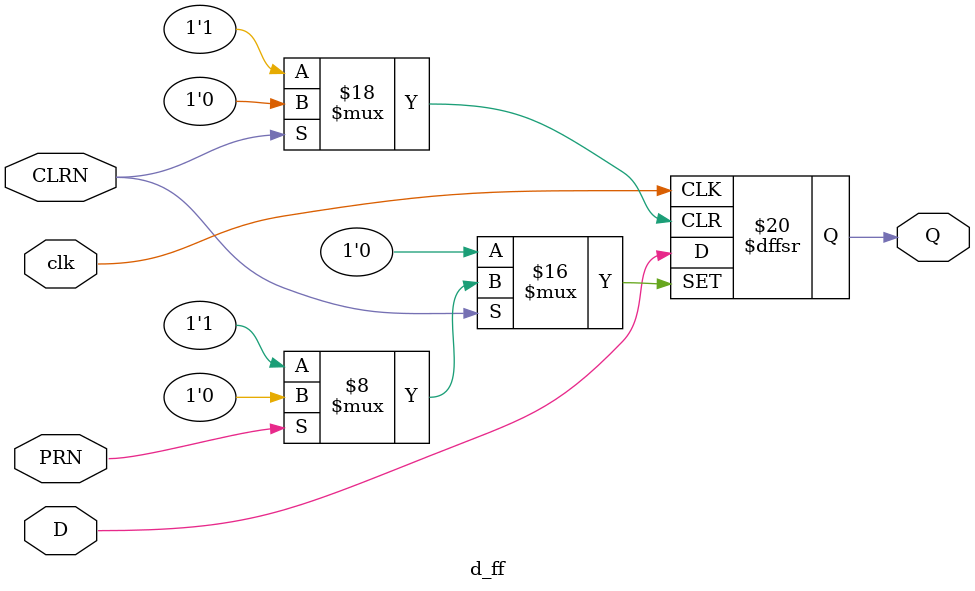
<source format=sv>
module d_ff(
  input clk,
  input D,			// the D input to be flopped 
  input CLRN,		// asynch active low clear (reset)
  input PRN,		// asynch active low preset
  output reg Q		// output of flop
);

always_ff @(posedge clk, negedge CLRN, negedge PRN)
  if (!CLRN)
    Q <= 1'b0;
  else if (!PRN)
    Q <= 1'b1;
  else
    Q <= D;
	
endmodule


</source>
